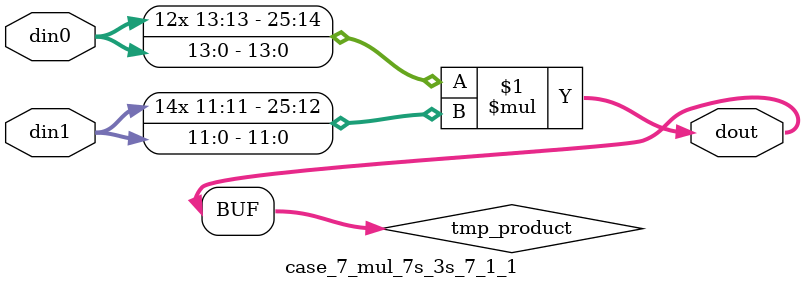
<source format=v>

`timescale 1 ns / 1 ps

 module case_7_mul_7s_3s_7_1_1(din0, din1, dout);
parameter ID = 1;
parameter NUM_STAGE = 0;
parameter din0_WIDTH = 14;
parameter din1_WIDTH = 12;
parameter dout_WIDTH = 26;

input [din0_WIDTH - 1 : 0] din0; 
input [din1_WIDTH - 1 : 0] din1; 
output [dout_WIDTH - 1 : 0] dout;

wire signed [dout_WIDTH - 1 : 0] tmp_product;



























assign tmp_product = $signed(din0) * $signed(din1);








assign dout = tmp_product;





















endmodule

</source>
